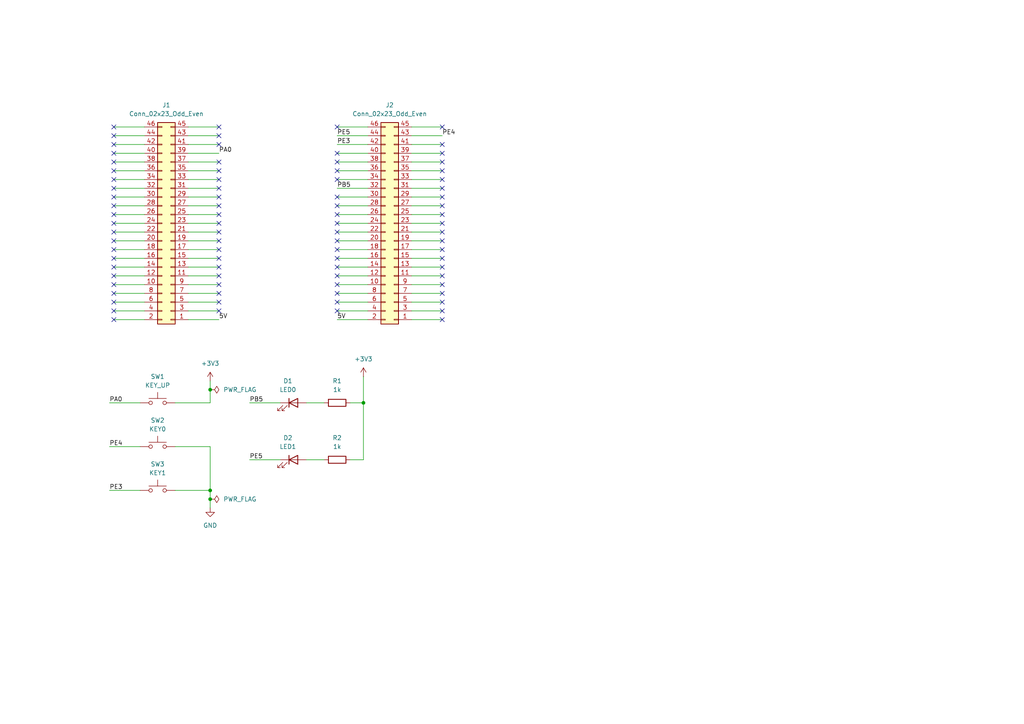
<source format=kicad_sch>
(kicad_sch (version 20231120) (generator "eeschema") (generator_version "8.0")
  (paper "A4")
  (lib_symbols
    (symbol "Connector_Generic:Conn_02x23_Odd_Even" (pin_names (offset 1.016) hide)
      (property "Reference" "J" (at 1.27 30.48 0))
      (property "Value" "Conn_02x23_Odd_Even" (at 1.27 -30.48 0))
      (symbol "Conn_02x23_Odd_Even_1_1"
        (rectangle (start -1.27 -27.813) (end 0 -28.067) (stroke (width 0.1524)))
        (rectangle (start -1.27 -25.273) (end 0 -25.527) (stroke (width 0.1524)))
        (rectangle (start -1.27 -22.733) (end 0 -22.987) (stroke (width 0.1524)))
        (rectangle (start -1.27 -20.193) (end 0 -20.447) (stroke (width 0.1524)))
        (rectangle (start -1.27 -17.653) (end 0 -17.907) (stroke (width 0.1524)))
        (rectangle (start -1.27 -15.113) (end 0 -15.367) (stroke (width 0.1524)))
        (rectangle (start -1.27 -12.573) (end 0 -12.827) (stroke (width 0.1524)))
        (rectangle (start -1.27 -10.033) (end 0 -10.287) (stroke (width 0.1524)))
        (rectangle (start -1.27 -7.493) (end 0 -7.747) (stroke (width 0.1524)))
        (rectangle (start -1.27 -4.953) (end 0 -5.207) (stroke (width 0.1524)))
        (rectangle (start -1.27 -2.413) (end 0 -2.667) (stroke (width 0.1524)))
        (rectangle (start -1.27 0.127) (end 0 -0.127) (stroke (width 0.1524)))
        (rectangle (start -1.27 2.667) (end 0 2.413) (stroke (width 0.1524)))
        (rectangle (start -1.27 5.207) (end 0 4.953) (stroke (width 0.1524)))
        (rectangle (start -1.27 7.747) (end 0 7.493) (stroke (width 0.1524)))
        (rectangle (start -1.27 10.287) (end 0 10.033) (stroke (width 0.1524)))
        (rectangle (start -1.27 12.827) (end 0 12.573) (stroke (width 0.1524)))
        (rectangle (start -1.27 15.367) (end 0 15.113) (stroke (width 0.1524)))
        (rectangle (start -1.27 17.907) (end 0 17.653) (stroke (width 0.1524)))
        (rectangle (start -1.27 20.447) (end 0 20.193) (stroke (width 0.1524)))
        (rectangle (start -1.27 22.987) (end 0 22.733) (stroke (width 0.1524)))
        (rectangle (start -1.27 25.527) (end 0 25.273) (stroke (width 0.1524)))
        (rectangle (start -1.27 28.067) (end 0 27.813) (stroke (width 0.1524)))
        (rectangle (start -1.27 29.21) (end 3.81 -29.21) (stroke (width 0.254)) (fill (type background)))
        (rectangle (start 3.81 -27.813) (end 2.54 -28.067) (stroke (width 0.1524)))
        (rectangle (start 3.81 -25.273) (end 2.54 -25.527) (stroke (width 0.1524)))
        (rectangle (start 3.81 -22.733) (end 2.54 -22.987) (stroke (width 0.1524)))
        (rectangle (start 3.81 -20.193) (end 2.54 -20.447) (stroke (width 0.1524)))
        (rectangle (start 3.81 -17.653) (end 2.54 -17.907) (stroke (width 0.1524)))
        (rectangle (start 3.81 -15.113) (end 2.54 -15.367) (stroke (width 0.1524)))
        (rectangle (start 3.81 -12.573) (end 2.54 -12.827) (stroke (width 0.1524)))
        (rectangle (start 3.81 -10.033) (end 2.54 -10.287) (stroke (width 0.1524)))
        (rectangle (start 3.81 -7.493) (end 2.54 -7.747) (stroke (width 0.1524)))
        (rectangle (start 3.81 -4.953) (end 2.54 -5.207) (stroke (width 0.1524)))
        (rectangle (start 3.81 -2.413) (end 2.54 -2.667) (stroke (width 0.1524)))
        (rectangle (start 3.81 0.127) (end 2.54 -0.127) (stroke (width 0.1524)))
        (rectangle (start 3.81 2.667) (end 2.54 2.413) (stroke (width 0.1524)))
        (rectangle (start 3.81 5.207) (end 2.54 4.953) (stroke (width 0.1524)))
        (rectangle (start 3.81 7.747) (end 2.54 7.493) (stroke (width 0.1524)))
        (rectangle (start 3.81 10.287) (end 2.54 10.033) (stroke (width 0.1524)))
        (rectangle (start 3.81 12.827) (end 2.54 12.573) (stroke (width 0.1524)))
        (rectangle (start 3.81 15.367) (end 2.54 15.113) (stroke (width 0.1524)))
        (rectangle (start 3.81 17.907) (end 2.54 17.653) (stroke (width 0.1524)))
        (rectangle (start 3.81 20.447) (end 2.54 20.193) (stroke (width 0.1524)))
        (rectangle (start 3.81 22.987) (end 2.54 22.733) (stroke (width 0.1524)))
        (rectangle (start 3.81 25.527) (end 2.54 25.273) (stroke (width 0.1524)))
        (rectangle (start 3.81 28.067) (end 2.54 27.813) (stroke (width 0.1524)))
        (pin passive line (at -5.08 27.94 0) (length 3.81) (name "Pin_1") (number "1"))
        (pin passive line (at 7.62 17.78 180) (length 3.81) (name "Pin_10") (number "10"))
        (pin passive line (at -5.08 15.24 0) (length 3.81) (name "Pin_11") (number "11"))
        (pin passive line (at 7.62 15.24 180) (length 3.81) (name "Pin_12") (number "12"))
        (pin passive line (at -5.08 12.7 0) (length 3.81) (name "Pin_13") (number "13"))
        (pin passive line (at 7.62 12.7 180) (length 3.81) (name "Pin_14") (number "14"))
        (pin passive line (at -5.08 10.16 0) (length 3.81) (name "Pin_15") (number "15"))
        (pin passive line (at 7.62 10.16 180) (length 3.81) (name "Pin_16") (number "16"))
        (pin passive line (at -5.08 7.62 0) (length 3.81) (name "Pin_17") (number "17"))
        (pin passive line (at 7.62 7.62 180) (length 3.81) (name "Pin_18") (number "18"))
        (pin passive line (at -5.08 5.08 0) (length 3.81) (name "Pin_19") (number "19"))
        (pin passive line (at 7.62 27.94 180) (length 3.81) (name "Pin_2") (number "2"))
        (pin passive line (at 7.62 5.08 180) (length 3.81) (name "Pin_20") (number "20"))
        (pin passive line (at -5.08 2.54 0) (length 3.81) (name "Pin_21") (number "21"))
        (pin passive line (at 7.62 2.54 180) (length 3.81) (name "Pin_22") (number "22"))
        (pin passive line (at -5.08 0 0) (length 3.81) (name "Pin_23") (number "23"))
        (pin passive line (at 7.62 0 180) (length 3.81) (name "Pin_24") (number "24"))
        (pin passive line (at -5.08 -2.54 0) (length 3.81) (name "Pin_25") (number "25"))
        (pin passive line (at 7.62 -2.54 180) (length 3.81) (name "Pin_26") (number "26"))
        (pin passive line (at -5.08 -5.08 0) (length 3.81) (name "Pin_27") (number "27"))
        (pin passive line (at 7.62 -5.08 180) (length 3.81) (name "Pin_28") (number "28"))
        (pin passive line (at -5.08 -7.62 0) (length 3.81) (name "Pin_29") (number "29"))
        (pin passive line (at -5.08 25.4 0) (length 3.81) (name "Pin_3") (number "3"))
        (pin passive line (at 7.62 -7.62 180) (length 3.81) (name "Pin_30") (number "30"))
        (pin passive line (at -5.08 -10.16 0) (length 3.81) (name "Pin_31") (number "31"))
        (pin passive line (at 7.62 -10.16 180) (length 3.81) (name "Pin_32") (number "32"))
        (pin passive line (at -5.08 -12.7 0) (length 3.81) (name "Pin_33") (number "33"))
        (pin passive line (at 7.62 -12.7 180) (length 3.81) (name "Pin_34") (number "34"))
        (pin passive line (at -5.08 -15.24 0) (length 3.81) (name "Pin_35") (number "35"))
        (pin passive line (at 7.62 -15.24 180) (length 3.81) (name "Pin_36") (number "36"))
        (pin passive line (at -5.08 -17.78 0) (length 3.81) (name "Pin_37") (number "37"))
        (pin passive line (at 7.62 -17.78 180) (length 3.81) (name "Pin_38") (number "38"))
        (pin passive line (at -5.08 -20.32 0) (length 3.81) (name "Pin_39") (number "39"))
        (pin passive line (at 7.62 25.4 180) (length 3.81) (name "Pin_4") (number "4"))
        (pin passive line (at 7.62 -20.32 180) (length 3.81) (name "Pin_40") (number "40"))
        (pin passive line (at -5.08 -22.86 0) (length 3.81) (name "Pin_41") (number "41"))
        (pin passive line (at 7.62 -22.86 180) (length 3.81) (name "Pin_42") (number "42"))
        (pin passive line (at -5.08 -25.4 0) (length 3.81) (name "Pin_43") (number "43"))
        (pin passive line (at 7.62 -25.4 180) (length 3.81) (name "Pin_44") (number "44"))
        (pin passive line (at -5.08 -27.94 0) (length 3.81) (name "Pin_45") (number "45"))
        (pin passive line (at 7.62 -27.94 180) (length 3.81) (name "Pin_46") (number "46"))
        (pin passive line (at -5.08 22.86 0) (length 3.81) (name "Pin_5") (number "5"))
        (pin passive line (at 7.62 22.86 180) (length 3.81) (name "Pin_6") (number "6"))
        (pin passive line (at -5.08 20.32 0) (length 3.81) (name "Pin_7") (number "7"))
        (pin passive line (at 7.62 20.32 180) (length 3.81) (name "Pin_8") (number "8"))
        (pin passive line (at -5.08 17.78 0) (length 3.81) (name "Pin_9") (number "9"))
      )
    )
    (symbol "Device:LED" (pin_numbers hide) (pin_names (offset 1.016) hide)
      (property "Reference" "D" (at 0 2.54 0))
      (property "Value" "LED" (at 0 -2.54 0))
      (symbol "LED_0_1"
        (polyline (pts (xy -1.27 -1.27) (xy -1.27 1.27)) (stroke (width 0.254)))
        (polyline (pts (xy -1.27 0) (xy 1.27 0)))
        (polyline (pts (xy 1.27 -1.27) (xy 1.27 1.27) (xy -1.27 0) (xy 1.27 -1.27)) (stroke (width 0.254)))
        (polyline (pts (xy -3.048 -0.762) (xy -4.572 -2.286) (xy -3.81 -2.286) (xy -4.572 -2.286) (xy -4.572 -1.524)))
        (polyline (pts (xy -1.778 -0.762) (xy -3.302 -2.286) (xy -2.54 -2.286) (xy -3.302 -2.286) (xy -3.302 -1.524)))
      )
      (symbol "LED_1_1"
        (pin passive line (at -3.81 0 0) (length 2.54) (name "K") (number "1"))
        (pin passive line (at 3.81 0 180) (length 2.54) (name "A") (number "2"))
      )
    )
    (symbol "Device:R" (pin_numbers hide) (pin_names (offset 0))
      (property "Reference" "R" (at 2.032 0 90))
      (property "Value" "R" (at 0 0 90))
      (symbol "R_0_1"
        (rectangle (start -1.016 -2.54) (end 1.016 2.54) (stroke (width 0.254)))
      )
      (symbol "R_1_1"
        (pin passive line (at 0 3.81 270) (length 1.27) (name "~") (number "1"))
        (pin passive line (at 0 -3.81 90) (length 1.27) (name "~") (number "2"))
      )
    )
    (symbol "Switch:SW_Push" (pin_numbers hide) (pin_names (offset 1.016) hide)
      (property "Reference" "SW" (at 1.27 2.54 0))
      (property "Value" "SW_Push" (at 0 -1.524 0))
      (symbol "SW_Push_0_1"
        (circle (center -2.032 0) (radius 0.508))
        (polyline (pts (xy 0 1.27) (xy 0 3.048)))
        (polyline (pts (xy 2.54 1.27) (xy -2.54 1.27)))
        (circle (center 2.032 0) (radius 0.508))
        (pin passive line (at -5.08 0 0) (length 2.54) (name "1") (number "1"))
        (pin passive line (at 5.08 0 180) (length 2.54) (name "2") (number "2"))
      )
    )
    (symbol "power:+3V3" (power) (pin_numbers hide) (pin_names (offset 0) hide)
      (property "Value" "+3V3" (at 0 3.556 0))
      (symbol "+3V3_0_1"
        (polyline (pts (xy -0.762 1.27) (xy 0 2.54)))
        (polyline (pts (xy 0 0) (xy 0 2.54)))
        (polyline (pts (xy 0 2.54) (xy 0.762 1.27)))
      )
      (symbol "+3V3_1_1"
        (pin power_in line (at 0 0 90) (length 0) (name "~") (number "1"))
      )
    )
    (symbol "power:GND" (power) (pin_numbers hide) (pin_names (offset 0) hide)
      (property "Value" "GND" (at 0 -3.81 0))
      (symbol "GND_0_1"
        (polyline (pts (xy 0 0) (xy 0 -1.27) (xy 1.27 -1.27) (xy 0 -2.54) (xy -1.27 -1.27) (xy 0 -1.27)))
      )
      (symbol "GND_1_1"
        (pin power_in line (at 0 0 270) (length 0) (name "~") (number "1"))
      )
    )
    (symbol "power:PWR_FLAG" (power) (pin_numbers hide) (pin_names (offset 0) hide)
      (property "Value" "PWR_FLAG" (at 0 3.81 0))
      (symbol "PWR_FLAG_0_0"
        (pin power_out line (at 0 0 90) (length 0) (name "~") (number "1"))
      )
      (symbol "PWR_FLAG_0_1"
        (polyline (pts (xy 0 0) (xy 0 1.27) (xy -1.016 1.905) (xy 0 2.54) (xy 1.016 1.905) (xy 0 1.27)))
      )
    )
  )
  (junction (at 105.41 116.84))
  (junction (at 60.96 142.24))
  (junction (at 60.96 113.03))
  (junction (at 60.96 144.78))
  (no_connect (at 33.02 67.31))
  (no_connect (at 128.27 52.07))
  (no_connect (at 63.5 85.09))
  (no_connect (at 63.5 62.23))
  (no_connect (at 33.02 92.71))
  (no_connect (at 33.02 44.45))
  (no_connect (at 128.27 92.71))
  (no_connect (at 97.79 77.47))
  (no_connect (at 63.5 41.91))
  (no_connect (at 33.02 49.53))
  (no_connect (at 97.79 52.07))
  (no_connect (at 63.5 74.93))
  (no_connect (at 63.5 87.63))
  (no_connect (at 128.27 36.83))
  (no_connect (at 33.02 41.91))
  (no_connect (at 63.5 39.37))
  (no_connect (at 128.27 80.01))
  (no_connect (at 128.27 90.17))
  (no_connect (at 97.79 57.15))
  (no_connect (at 128.27 64.77))
  (no_connect (at 33.02 77.47))
  (no_connect (at 63.5 36.83))
  (no_connect (at 128.27 85.09))
  (no_connect (at 97.79 44.45))
  (no_connect (at 33.02 36.83))
  (no_connect (at 33.02 85.09))
  (no_connect (at 97.79 85.09))
  (no_connect (at 33.02 54.61))
  (no_connect (at 63.5 69.85))
  (no_connect (at 128.27 82.55))
  (no_connect (at 97.79 80.01))
  (no_connect (at 97.79 62.23))
  (no_connect (at 33.02 87.63))
  (no_connect (at 97.79 82.55))
  (no_connect (at 128.27 74.93))
  (no_connect (at 128.27 41.91))
  (no_connect (at 128.27 77.47))
  (no_connect (at 128.27 44.45))
  (no_connect (at 128.27 87.63))
  (no_connect (at 97.79 46.99))
  (no_connect (at 128.27 49.53))
  (no_connect (at 97.79 87.63))
  (no_connect (at 33.02 74.93))
  (no_connect (at 63.5 77.47))
  (no_connect (at 63.5 59.69))
  (no_connect (at 97.79 74.93))
  (no_connect (at 63.5 57.15))
  (no_connect (at 33.02 64.77))
  (no_connect (at 63.5 64.77))
  (no_connect (at 33.02 82.55))
  (no_connect (at 33.02 46.99))
  (no_connect (at 97.79 59.69))
  (no_connect (at 33.02 80.01))
  (no_connect (at 63.5 82.55))
  (no_connect (at 97.79 49.53))
  (no_connect (at 63.5 52.07))
  (no_connect (at 97.79 64.77))
  (no_connect (at 97.79 72.39))
  (no_connect (at 128.27 46.99))
  (no_connect (at 63.5 46.99))
  (no_connect (at 63.5 54.61))
  (no_connect (at 63.5 72.39))
  (no_connect (at 128.27 54.61))
  (no_connect (at 97.79 36.83))
  (no_connect (at 33.02 59.69))
  (no_connect (at 33.02 57.15))
  (no_connect (at 97.79 90.17))
  (no_connect (at 63.5 90.17))
  (no_connect (at 97.79 67.31))
  (no_connect (at 128.27 62.23))
  (no_connect (at 128.27 57.15))
  (no_connect (at 128.27 67.31))
  (no_connect (at 33.02 90.17))
  (no_connect (at 33.02 39.37))
  (no_connect (at 33.02 52.07))
  (no_connect (at 33.02 62.23))
  (no_connect (at 128.27 72.39))
  (no_connect (at 63.5 80.01))
  (no_connect (at 63.5 49.53))
  (no_connect (at 33.02 69.85))
  (no_connect (at 33.02 72.39))
  (no_connect (at 128.27 69.85))
  (no_connect (at 128.27 59.69))
  (no_connect (at 97.79 69.85))
  (no_connect (at 63.5 67.31))
  (wire (pts (xy 54.61 67.31) (xy 63.5 67.31)))
  (wire (pts (xy 60.96 110.49) (xy 60.96 113.03)))
  (wire (pts (xy 72.39 133.35) (xy 81.28 133.35)))
  (wire (pts (xy 33.02 44.45) (xy 41.91 44.45)))
  (wire (pts (xy 54.61 46.99) (xy 63.5 46.99)))
  (wire (pts (xy 33.02 41.91) (xy 41.91 41.91)))
  (wire (pts (xy 119.38 67.31) (xy 128.27 67.31)))
  (wire (pts (xy 54.61 41.91) (xy 63.5 41.91)))
  (wire (pts (xy 50.8 116.84) (xy 60.96 116.84)))
  (wire (pts (xy 54.61 74.93) (xy 63.5 74.93)))
  (wire (pts (xy 101.6 133.35) (xy 105.41 133.35)))
  (wire (pts (xy 33.02 87.63) (xy 41.91 87.63)))
  (wire (pts (xy 33.02 92.71) (xy 41.91 92.71)))
  (wire (pts (xy 97.79 57.15) (xy 106.68 57.15)))
  (wire (pts (xy 33.02 74.93) (xy 41.91 74.93)))
  (wire (pts (xy 119.38 85.09) (xy 128.27 85.09)))
  (wire (pts (xy 97.79 62.23) (xy 106.68 62.23)))
  (wire (pts (xy 97.79 59.69) (xy 106.68 59.69)))
  (wire (pts (xy 33.02 85.09) (xy 41.91 85.09)))
  (wire (pts (xy 54.61 90.17) (xy 63.5 90.17)))
  (wire (pts (xy 119.38 74.93) (xy 128.27 74.93)))
  (wire (pts (xy 33.02 57.15) (xy 41.91 57.15)))
  (wire (pts (xy 33.02 54.61) (xy 41.91 54.61)))
  (wire (pts (xy 97.79 46.99) (xy 106.68 46.99)))
  (wire (pts (xy 60.96 144.78) (xy 60.96 147.32)))
  (wire (pts (xy 101.6 116.84) (xy 105.41 116.84)))
  (wire (pts (xy 97.79 77.47) (xy 106.68 77.47)))
  (wire (pts (xy 97.79 87.63) (xy 106.68 87.63)))
  (wire (pts (xy 119.38 62.23) (xy 128.27 62.23)))
  (wire (pts (xy 119.38 82.55) (xy 128.27 82.55)))
  (wire (pts (xy 97.79 64.77) (xy 106.68 64.77)))
  (wire (pts (xy 33.02 69.85) (xy 41.91 69.85)))
  (wire (pts (xy 33.02 77.47) (xy 41.91 77.47)))
  (wire (pts (xy 33.02 52.07) (xy 41.91 52.07)))
  (wire (pts (xy 54.61 80.01) (xy 63.5 80.01)))
  (wire (pts (xy 54.61 57.15) (xy 63.5 57.15)))
  (wire (pts (xy 119.38 64.77) (xy 128.27 64.77)))
  (wire (pts (xy 33.02 80.01) (xy 41.91 80.01)))
  (wire (pts (xy 119.38 44.45) (xy 128.27 44.45)))
  (wire (pts (xy 54.61 59.69) (xy 63.5 59.69)))
  (wire (pts (xy 50.8 142.24) (xy 60.96 142.24)))
  (wire (pts (xy 97.79 69.85) (xy 106.68 69.85)))
  (wire (pts (xy 54.61 82.55) (xy 63.5 82.55)))
  (wire (pts (xy 72.39 116.84) (xy 81.28 116.84)))
  (wire (pts (xy 31.75 142.24) (xy 40.64 142.24)))
  (wire (pts (xy 50.8 129.54) (xy 60.96 129.54)))
  (wire (pts (xy 60.96 129.54) (xy 60.96 142.24)))
  (wire (pts (xy 105.41 109.22) (xy 105.41 116.84)))
  (wire (pts (xy 33.02 49.53) (xy 41.91 49.53)))
  (wire (pts (xy 54.61 87.63) (xy 63.5 87.63)))
  (wire (pts (xy 33.02 39.37) (xy 41.91 39.37)))
  (wire (pts (xy 97.79 82.55) (xy 106.68 82.55)))
  (wire (pts (xy 97.79 36.83) (xy 106.68 36.83)))
  (wire (pts (xy 54.61 64.77) (xy 63.5 64.77)))
  (wire (pts (xy 60.96 113.03) (xy 60.96 116.84)))
  (wire (pts (xy 33.02 46.99) (xy 41.91 46.99)))
  (wire (pts (xy 54.61 92.71) (xy 63.5 92.71)))
  (wire (pts (xy 119.38 72.39) (xy 128.27 72.39)))
  (wire (pts (xy 54.61 77.47) (xy 63.5 77.47)))
  (wire (pts (xy 119.38 52.07) (xy 128.27 52.07)))
  (wire (pts (xy 54.61 44.45) (xy 63.5 44.45)))
  (wire (pts (xy 54.61 54.61) (xy 63.5 54.61)))
  (wire (pts (xy 97.79 92.71) (xy 106.68 92.71)))
  (wire (pts (xy 54.61 36.83) (xy 63.5 36.83)))
  (wire (pts (xy 33.02 59.69) (xy 41.91 59.69)))
  (wire (pts (xy 119.38 41.91) (xy 128.27 41.91)))
  (wire (pts (xy 97.79 90.17) (xy 106.68 90.17)))
  (wire (pts (xy 54.61 69.85) (xy 63.5 69.85)))
  (wire (pts (xy 33.02 62.23) (xy 41.91 62.23)))
  (wire (pts (xy 97.79 41.91) (xy 106.68 41.91)))
  (wire (pts (xy 119.38 90.17) (xy 128.27 90.17)))
  (wire (pts (xy 33.02 90.17) (xy 41.91 90.17)))
  (wire (pts (xy 97.79 44.45) (xy 106.68 44.45)))
  (wire (pts (xy 60.96 142.24) (xy 60.96 144.78)))
  (wire (pts (xy 119.38 59.69) (xy 128.27 59.69)))
  (wire (pts (xy 97.79 67.31) (xy 106.68 67.31)))
  (wire (pts (xy 119.38 49.53) (xy 128.27 49.53)))
  (wire (pts (xy 97.79 85.09) (xy 106.68 85.09)))
  (wire (pts (xy 97.79 72.39) (xy 106.68 72.39)))
  (wire (pts (xy 88.9 116.84) (xy 93.98 116.84)))
  (wire (pts (xy 119.38 36.83) (xy 128.27 36.83)))
  (wire (pts (xy 105.41 116.84) (xy 105.41 133.35)))
  (wire (pts (xy 54.61 39.37) (xy 63.5 39.37)))
  (wire (pts (xy 33.02 64.77) (xy 41.91 64.77)))
  (wire (pts (xy 119.38 87.63) (xy 128.27 87.63)))
  (wire (pts (xy 119.38 80.01) (xy 128.27 80.01)))
  (wire (pts (xy 54.61 62.23) (xy 63.5 62.23)))
  (wire (pts (xy 119.38 54.61) (xy 128.27 54.61)))
  (wire (pts (xy 31.75 129.54) (xy 40.64 129.54)))
  (wire (pts (xy 33.02 67.31) (xy 41.91 67.31)))
  (wire (pts (xy 97.79 74.93) (xy 106.68 74.93)))
  (wire (pts (xy 119.38 69.85) (xy 128.27 69.85)))
  (wire (pts (xy 119.38 92.71) (xy 128.27 92.71)))
  (wire (pts (xy 33.02 82.55) (xy 41.91 82.55)))
  (wire (pts (xy 119.38 46.99) (xy 128.27 46.99)))
  (wire (pts (xy 54.61 72.39) (xy 63.5 72.39)))
  (wire (pts (xy 97.79 49.53) (xy 106.68 49.53)))
  (wire (pts (xy 119.38 57.15) (xy 128.27 57.15)))
  (wire (pts (xy 54.61 49.53) (xy 63.5 49.53)))
  (wire (pts (xy 119.38 77.47) (xy 128.27 77.47)))
  (wire (pts (xy 119.38 39.37) (xy 128.27 39.37)))
  (wire (pts (xy 97.79 54.61) (xy 106.68 54.61)))
  (wire (pts (xy 97.79 52.07) (xy 106.68 52.07)))
  (wire (pts (xy 97.79 80.01) (xy 106.68 80.01)))
  (wire (pts (xy 54.61 52.07) (xy 63.5 52.07)))
  (wire (pts (xy 33.02 72.39) (xy 41.91 72.39)))
  (wire (pts (xy 88.9 133.35) (xy 93.98 133.35)))
  (wire (pts (xy 33.02 36.83) (xy 41.91 36.83)))
  (wire (pts (xy 97.79 39.37) (xy 106.68 39.37)))
  (wire (pts (xy 31.75 116.84) (xy 40.64 116.84)))
  (wire (pts (xy 54.61 85.09) (xy 63.5 85.09)))
  (label "5V" (at 63.5 92.71 0))
  (label "PE5" (at 97.79 39.37 0))
  (label "PB5" (at 97.79 54.61 0))
  (label "PE5" (at 72.39 133.35 0))
  (label "PA0" (at 63.5 44.45 0))
  (label "5V" (at 97.79 92.71 0))
  (label "PE4" (at 31.75 129.54 0))
  (label "PE4" (at 128.27 39.37 0))
  (label "PA0" (at 31.75 116.84 0))
  (label "PE3" (at 97.79 41.91 0))
  (label "PB5" (at 72.39 116.84 0))
  (label "PE3" (at 31.75 142.24 0))
  (symbol (lib_id "Device:LED") (at 85.09 116.84 0) (unit 1)
    (property "Reference" "D1" (at 83.5025 110.49 0))
    (property "Value" "LED0" (at 83.5025 113.03 0))
    (property "Footprint" "LED_THT:LED_D5.0mm" (effects (hide yes)))
    (property "Description" "Light emitting diode" (effects (hide yes)))
  )
  (symbol (lib_id "power:PWR_FLAG") (at 60.96 144.78 270) (unit 1)
    (property "Reference" "#FLG02" (effects (hide yes)))
    (property "Value" "PWR_FLAG" (at 64.77 144.7799 90) (effects (justify left)))
    (property "Description" "Special symbol for telling ERC where power comes from" (effects (hide yes)))
  )
  (symbol (lib_id "power:+3V3") (at 105.41 109.22 0) (unit 1)
    (property "Reference" "#PWR01" (effects (hide yes)))
    (property "Value" "+3V3" (at 105.41 104.14 0))
    (property "Description" "Power symbol creates a global label with name \"+3V3\"" (effects (hide yes)))
  )
  (symbol (lib_id "power:+3V3") (at 60.96 110.49 0) (unit 1)
    (property "Reference" "#PWR02" (effects (hide yes)))
    (property "Value" "+3V3" (at 60.96 105.41 0))
    (property "Description" "Power symbol creates a global label with name \"+3V3\"" (effects (hide yes)))
  )
  (symbol (lib_id "Switch:SW_Push") (at 45.72 116.84 0) (unit 1)
    (property "Reference" "SW1" (at 45.72 109.22 0))
    (property "Value" "KEY_UP" (at 45.72 111.76 0))
    (property "Footprint" "Button_Switch_THT:SW_PUSH_6mm" (effects (hide yes)))
    (property "Description" "Push button switch, generic, two pins" (effects (hide yes)))
  )
  (symbol (lib_id "Switch:SW_Push") (at 45.72 142.24 0) (unit 1)
    (property "Reference" "SW3" (at 45.72 134.62 0))
    (property "Value" "KEY1" (at 45.72 137.16 0))
    (property "Footprint" "Button_Switch_THT:SW_PUSH_6mm" (effects (hide yes)))
    (property "Description" "Push button switch, generic, two pins" (effects (hide yes)))
  )
  (symbol (lib_id "power:GND") (at 60.96 147.32 0) (unit 1)
    (property "Reference" "#PWR03" (effects (hide yes)))
    (property "Value" "GND" (at 60.96 152.4 0))
    (property "Description" "Power symbol creates a global label with name \"GND\" , ground" (effects (hide yes)))
  )
  (symbol (lib_id "Device:R") (at 97.79 116.84 90) (unit 1)
    (property "Reference" "R1" (at 97.79 110.49 90))
    (property "Value" "1k" (at 97.79 113.03 90))
    (property "Footprint" "Resistor_THT:R_Axial_DIN0204_L3.6mm_D1.6mm_P5.08mm_Horizontal" (effects (hide yes)))
    (property "Description" "Resistor" (effects (hide yes)))
  )
  (symbol (lib_id "Connector_Generic:Conn_02x23_Odd_Even") (at 49.53 64.77 180) (unit 1)
    (property "Reference" "J1" (at 48.26 30.48 0))
    (property "Value" "Conn_02x23_Odd_Even" (at 48.26 33.02 0))
    (property "Footprint" "Connector_PinSocket_2.54mm:PinSocket_2x23_P2.54mm_Vertical" (effects (hide yes)))
    (property "Description" "Generic connector, double row, 02x23, odd/even pin numbering scheme (row 1 odd numbers, row 2 even numbers), script generated (kicad-library-utils/schlib/autogen/connector/)" (effects (hide yes)))
  )
  (symbol (lib_id "Device:LED") (at 85.09 133.35 0) (unit 1)
    (property "Reference" "D2" (at 83.5025 127 0))
    (property "Value" "LED1" (at 83.5025 129.54 0))
    (property "Footprint" "LED_THT:LED_D5.0mm" (effects (hide yes)))
    (property "Description" "Light emitting diode" (effects (hide yes)))
  )
  (symbol (lib_id "Device:R") (at 97.79 133.35 90) (unit 1)
    (property "Reference" "R2" (at 97.79 127 90))
    (property "Value" "1k" (at 97.79 129.54 90))
    (property "Footprint" "Resistor_THT:R_Axial_DIN0204_L3.6mm_D1.6mm_P5.08mm_Horizontal" (effects (hide yes)))
    (property "Description" "Resistor" (effects (hide yes)))
  )
  (symbol (lib_id "power:PWR_FLAG") (at 60.96 113.03 270) (unit 1)
    (property "Reference" "#FLG01" (effects (hide yes)))
    (property "Value" "PWR_FLAG" (at 64.77 113.0299 90) (effects (justify left)))
    (property "Description" "Special symbol for telling ERC where power comes from" (effects (hide yes)))
  )
  (symbol (lib_id "Switch:SW_Push") (at 45.72 129.54 0) (unit 1)
    (property "Reference" "SW2" (at 45.72 121.92 0))
    (property "Value" "KEY0" (at 45.72 124.46 0))
    (property "Footprint" "Button_Switch_THT:SW_PUSH_6mm" (effects (hide yes)))
    (property "Description" "Push button switch, generic, two pins" (effects (hide yes)))
  )
  (symbol (lib_id "Connector_Generic:Conn_02x23_Odd_Even") (at 114.3 64.77 180) (unit 1)
    (property "Reference" "J2" (at 113.03 30.48 0))
    (property "Value" "Conn_02x23_Odd_Even" (at 113.03 33.02 0))
    (property "Footprint" "Connector_PinSocket_2.54mm:PinSocket_2x23_P2.54mm_Vertical" (effects (hide yes)))
    (property "Description" "Generic connector, double row, 02x23, odd/even pin numbering scheme (row 1 odd numbers, row 2 even numbers), script generated (kicad-library-utils/schlib/autogen/connector/)" (effects (hide yes)))
  )
)
</source>
